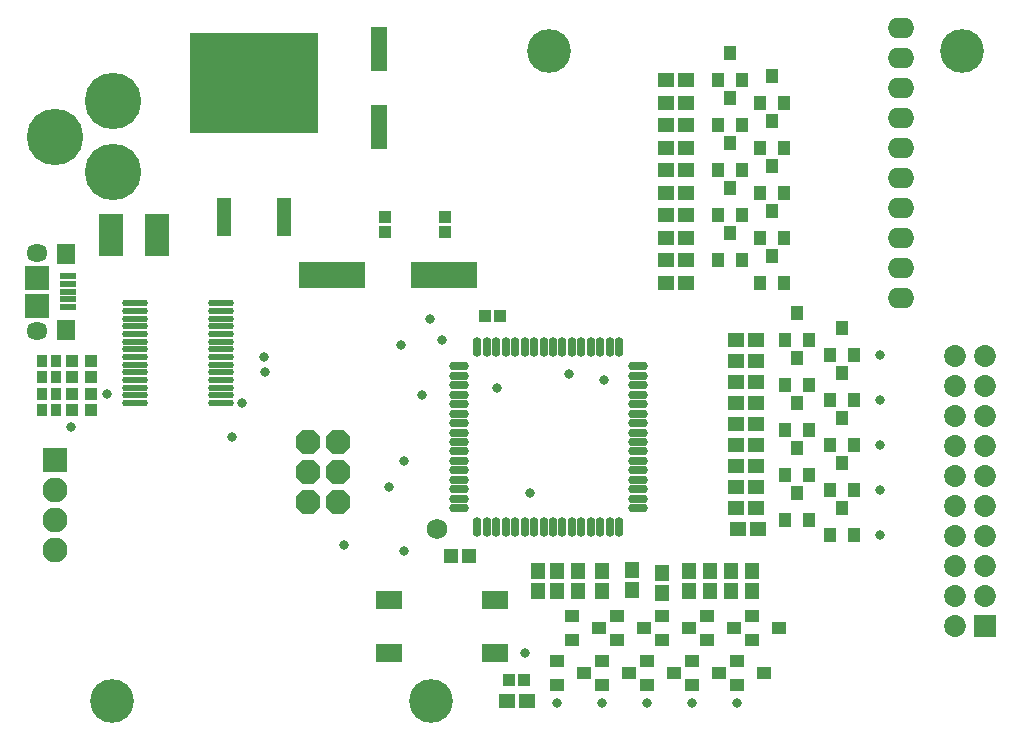
<source format=gts>
G04 Layer_Color=20142*
%FSLAX24Y24*%
%MOIN*%
G70*
G01*
G75*
%ADD57O,0.0867X0.0218*%
%ADD58R,0.0415X0.0434*%
%ADD59R,0.0867X0.0631*%
%ADD60R,0.2245X0.0867*%
%ADD61O,0.0651X0.0297*%
%ADD62O,0.0297X0.0651*%
%ADD63R,0.0356X0.0415*%
%ADD64R,0.0480X0.0395*%
%ADD65R,0.0395X0.0480*%
%ADD66R,0.0480X0.0520*%
%ADD67R,0.0480X0.1281*%
%ADD68R,0.4277X0.3379*%
%ADD69R,0.0395X0.0395*%
%ADD70R,0.0552X0.1458*%
%ADD71R,0.0520X0.0480*%
%ADD72R,0.0434X0.0415*%
%ADD73R,0.0493X0.0474*%
%ADD74R,0.0571X0.0197*%
%ADD75R,0.0631X0.0710*%
%ADD76R,0.0828X0.0828*%
%ADD77R,0.0830X0.1420*%
%ADD78C,0.0830*%
%ADD79R,0.0830X0.0830*%
%ADD80P,0.0888X8X112.5*%
%ADD81C,0.0730*%
%ADD82R,0.0730X0.0730*%
%ADD83O,0.0880X0.0680*%
%ADD84C,0.1880*%
%ADD85C,0.0680*%
%ADD86O,0.0710X0.0580*%
%ADD87C,0.1458*%
%ADD88C,0.0320*%
D57*
X13913Y35987D02*
D03*
Y36243D02*
D03*
Y36498D02*
D03*
Y36754D02*
D03*
Y37010D02*
D03*
Y37266D02*
D03*
Y37522D02*
D03*
Y37778D02*
D03*
Y38034D02*
D03*
Y38290D02*
D03*
Y38546D02*
D03*
Y38802D02*
D03*
Y39057D02*
D03*
Y39313D02*
D03*
X16787D02*
D03*
Y39057D02*
D03*
Y38802D02*
D03*
Y38546D02*
D03*
Y38290D02*
D03*
Y38034D02*
D03*
Y37778D02*
D03*
Y37522D02*
D03*
Y37266D02*
D03*
Y37010D02*
D03*
Y36754D02*
D03*
Y36498D02*
D03*
Y36243D02*
D03*
Y35987D02*
D03*
D58*
X25594Y38900D02*
D03*
X26106D02*
D03*
X26906Y26750D02*
D03*
X26394D02*
D03*
D59*
X25922Y27664D02*
D03*
X22378D02*
D03*
X25922Y29436D02*
D03*
X22378D02*
D03*
D60*
X24220Y40250D02*
D03*
X20480D02*
D03*
D61*
X24708Y37212D02*
D03*
Y36897D02*
D03*
Y36582D02*
D03*
Y36267D02*
D03*
Y35952D02*
D03*
Y35637D02*
D03*
Y35322D02*
D03*
Y35007D02*
D03*
Y34693D02*
D03*
Y34378D02*
D03*
Y34063D02*
D03*
Y33748D02*
D03*
Y33433D02*
D03*
Y33118D02*
D03*
Y32803D02*
D03*
Y32488D02*
D03*
X30692D02*
D03*
Y32803D02*
D03*
Y33118D02*
D03*
Y33433D02*
D03*
Y33748D02*
D03*
Y34063D02*
D03*
Y34378D02*
D03*
Y34693D02*
D03*
Y35007D02*
D03*
Y35322D02*
D03*
Y35637D02*
D03*
Y35952D02*
D03*
Y36267D02*
D03*
Y36582D02*
D03*
Y36897D02*
D03*
Y37212D02*
D03*
D62*
X25338Y31858D02*
D03*
X25653D02*
D03*
X25968D02*
D03*
X26283D02*
D03*
X26598D02*
D03*
X26913D02*
D03*
X27228D02*
D03*
X27543D02*
D03*
X27857D02*
D03*
X28172D02*
D03*
X28487D02*
D03*
X28802D02*
D03*
X29117D02*
D03*
X29432D02*
D03*
X29747D02*
D03*
X30062D02*
D03*
Y37842D02*
D03*
X29747D02*
D03*
X29432D02*
D03*
X29117D02*
D03*
X28802D02*
D03*
X28487D02*
D03*
X28172D02*
D03*
X27857D02*
D03*
X27543D02*
D03*
X27228D02*
D03*
X26913D02*
D03*
X26598D02*
D03*
X26283D02*
D03*
X25968D02*
D03*
X25653D02*
D03*
X25338D02*
D03*
D63*
X10824Y37400D02*
D03*
X11276D02*
D03*
Y36300D02*
D03*
X10824D02*
D03*
X11276Y35750D02*
D03*
X10824D02*
D03*
Y36850D02*
D03*
X11276D02*
D03*
D64*
X31000Y27400D02*
D03*
Y26600D02*
D03*
X31900Y27000D02*
D03*
X34500Y28900D02*
D03*
Y28100D02*
D03*
X35400Y28500D02*
D03*
X30000Y28900D02*
D03*
Y28100D02*
D03*
X30900Y28500D02*
D03*
X34000Y27400D02*
D03*
Y26600D02*
D03*
X34900Y27000D02*
D03*
X29500Y27400D02*
D03*
Y26600D02*
D03*
X30400Y27000D02*
D03*
X33000Y28900D02*
D03*
Y28100D02*
D03*
X33900Y28500D02*
D03*
X28500Y28900D02*
D03*
Y28100D02*
D03*
X29400Y28500D02*
D03*
X32500Y27400D02*
D03*
Y26600D02*
D03*
X33400Y27000D02*
D03*
X28000Y27400D02*
D03*
Y26600D02*
D03*
X28900Y27000D02*
D03*
X31500Y28900D02*
D03*
Y28100D02*
D03*
X32400Y28500D02*
D03*
D65*
X37100Y34600D02*
D03*
X37900D02*
D03*
X37500Y35500D02*
D03*
X35600Y38100D02*
D03*
X36400D02*
D03*
X36000Y39000D02*
D03*
X34750Y43000D02*
D03*
X35550D02*
D03*
X35150Y43900D02*
D03*
X33350Y46750D02*
D03*
X34150D02*
D03*
X33750Y47650D02*
D03*
X35600Y33600D02*
D03*
X36400D02*
D03*
X36000Y34500D02*
D03*
X37100Y37600D02*
D03*
X37900D02*
D03*
X37500Y38500D02*
D03*
X33350Y42250D02*
D03*
X34150D02*
D03*
X33750Y43150D02*
D03*
X34750Y46000D02*
D03*
X35550D02*
D03*
X35150Y46900D02*
D03*
X37100Y33100D02*
D03*
X37900D02*
D03*
X37500Y34000D02*
D03*
X35600Y36600D02*
D03*
X36400D02*
D03*
X36000Y37500D02*
D03*
X34750Y41500D02*
D03*
X35550D02*
D03*
X35150Y42400D02*
D03*
X33350Y45250D02*
D03*
X34150D02*
D03*
X33750Y46150D02*
D03*
X35600Y32100D02*
D03*
X36400D02*
D03*
X36000Y33000D02*
D03*
X37100Y36100D02*
D03*
X37900D02*
D03*
X37500Y37000D02*
D03*
X33350Y40750D02*
D03*
X34150D02*
D03*
X33750Y41650D02*
D03*
X34750Y44500D02*
D03*
X35550D02*
D03*
X35150Y45400D02*
D03*
X37100Y31600D02*
D03*
X37900D02*
D03*
X37500Y32500D02*
D03*
X35600Y35100D02*
D03*
X36400D02*
D03*
X36000Y36000D02*
D03*
X34750Y40000D02*
D03*
X35550D02*
D03*
X35150Y40900D02*
D03*
X33350Y43750D02*
D03*
X34150D02*
D03*
X33750Y44650D02*
D03*
D66*
X30500Y29765D02*
D03*
Y30440D02*
D03*
X34500Y29715D02*
D03*
Y30390D02*
D03*
X29500Y29715D02*
D03*
Y30390D02*
D03*
X33800Y29715D02*
D03*
Y30390D02*
D03*
X28700Y29715D02*
D03*
Y30390D02*
D03*
X33100Y29715D02*
D03*
Y30390D02*
D03*
X28000Y29715D02*
D03*
Y30390D02*
D03*
X32400Y29715D02*
D03*
Y30390D02*
D03*
X27350Y29715D02*
D03*
Y30390D02*
D03*
X31500Y29665D02*
D03*
Y30340D02*
D03*
D67*
X16900Y42200D02*
D03*
X18900D02*
D03*
D68*
X17900Y46651D02*
D03*
D69*
X12465Y36300D02*
D03*
X11835D02*
D03*
X12465Y35750D02*
D03*
X11835D02*
D03*
X11835Y36850D02*
D03*
X12465D02*
D03*
X11835Y37400D02*
D03*
X12465D02*
D03*
D70*
X22050Y45201D02*
D03*
Y47799D02*
D03*
D71*
X32285Y46000D02*
D03*
X31610D02*
D03*
X32285Y46750D02*
D03*
X31610D02*
D03*
X32285Y45250D02*
D03*
X31610D02*
D03*
X32285Y44500D02*
D03*
X31610D02*
D03*
X32285Y43750D02*
D03*
X31610D02*
D03*
X32285Y43000D02*
D03*
X31610D02*
D03*
X32285Y42250D02*
D03*
X31610D02*
D03*
X32285Y41500D02*
D03*
X31610D02*
D03*
X32285Y40750D02*
D03*
X31610D02*
D03*
X32285Y40000D02*
D03*
X31610D02*
D03*
X34635Y38100D02*
D03*
X33960D02*
D03*
X34635Y37400D02*
D03*
X33960D02*
D03*
X34635Y36700D02*
D03*
X33960D02*
D03*
X34635Y36000D02*
D03*
X33960D02*
D03*
X34635Y35300D02*
D03*
X33960D02*
D03*
X34635Y34600D02*
D03*
X33960D02*
D03*
X34635Y33900D02*
D03*
X33960D02*
D03*
X34635Y33200D02*
D03*
X33960D02*
D03*
X34635Y32500D02*
D03*
X33960D02*
D03*
X34685Y31800D02*
D03*
X34010D02*
D03*
X26313Y26050D02*
D03*
X26987D02*
D03*
D72*
X22250Y42206D02*
D03*
Y41694D02*
D03*
X24250Y42206D02*
D03*
Y41694D02*
D03*
D73*
X24455Y30900D02*
D03*
X25045D02*
D03*
D74*
X11702Y39700D02*
D03*
Y39956D02*
D03*
Y39444D02*
D03*
Y39188D02*
D03*
Y40212D02*
D03*
D75*
X11613Y40960D02*
D03*
Y38440D02*
D03*
D76*
X10648Y40172D02*
D03*
Y39228D02*
D03*
D77*
X14670Y41600D02*
D03*
X13132D02*
D03*
D78*
X11250Y31100D02*
D03*
Y32100D02*
D03*
Y33100D02*
D03*
D79*
Y34100D02*
D03*
D80*
X19700Y34700D02*
D03*
X20700D02*
D03*
X19700Y33700D02*
D03*
X20700D02*
D03*
X19700Y32700D02*
D03*
X20700D02*
D03*
D81*
X42270Y36550D02*
D03*
X41270D02*
D03*
Y37550D02*
D03*
X42270D02*
D03*
Y35550D02*
D03*
X41270D02*
D03*
Y34550D02*
D03*
X42270D02*
D03*
X41270Y33550D02*
D03*
Y32550D02*
D03*
Y31550D02*
D03*
Y30550D02*
D03*
Y29550D02*
D03*
Y28550D02*
D03*
X42270Y33550D02*
D03*
Y32550D02*
D03*
Y31550D02*
D03*
Y30550D02*
D03*
Y29550D02*
D03*
D82*
Y28550D02*
D03*
D83*
X39470Y40500D02*
D03*
Y39500D02*
D03*
Y41500D02*
D03*
Y42500D02*
D03*
Y43500D02*
D03*
Y45500D02*
D03*
Y44500D02*
D03*
Y46500D02*
D03*
Y47500D02*
D03*
Y48500D02*
D03*
D84*
X11271Y44868D02*
D03*
X13200Y43706D02*
D03*
Y46069D02*
D03*
D85*
X24000Y31800D02*
D03*
D86*
X10648Y40999D02*
D03*
Y38401D02*
D03*
D87*
X13150Y26075D02*
D03*
X23780D02*
D03*
X27717Y47728D02*
D03*
X41496D02*
D03*
D88*
X34150Y40750D02*
D03*
X35550Y41500D02*
D03*
X34150Y42250D02*
D03*
X35550Y43000D02*
D03*
Y44500D02*
D03*
X34150Y43750D02*
D03*
Y45250D02*
D03*
X35550Y46000D02*
D03*
X34150Y46750D02*
D03*
X35550Y40000D02*
D03*
X36000Y39000D02*
D03*
X37500Y38500D02*
D03*
X36000Y37500D02*
D03*
X37500Y37000D02*
D03*
X36000Y36000D02*
D03*
X37500Y35500D02*
D03*
X36000Y34500D02*
D03*
Y33000D02*
D03*
X37500Y34000D02*
D03*
Y32500D02*
D03*
X38750Y31600D02*
D03*
Y33100D02*
D03*
Y34600D02*
D03*
Y36100D02*
D03*
Y37600D02*
D03*
X33900Y28500D02*
D03*
X35400D02*
D03*
X34900Y27000D02*
D03*
X33400D02*
D03*
X32400Y28500D02*
D03*
X31900Y27000D02*
D03*
X30900Y28500D02*
D03*
X30400Y27000D02*
D03*
X29400Y28500D02*
D03*
X28900Y27000D02*
D03*
X34000Y26000D02*
D03*
X32500D02*
D03*
X28000D02*
D03*
X29500D02*
D03*
X31000D02*
D03*
X26000Y36500D02*
D03*
X26913Y27663D02*
D03*
X22800Y37930D02*
D03*
X22400Y33200D02*
D03*
X22900Y31050D02*
D03*
X20900Y31250D02*
D03*
X22900Y34050D02*
D03*
X18250Y37010D02*
D03*
X23750Y38800D02*
D03*
X24150Y38100D02*
D03*
X28400Y36950D02*
D03*
X18228Y37522D02*
D03*
X11800Y35200D02*
D03*
X17500Y36000D02*
D03*
X17150Y34850D02*
D03*
X13000Y36300D02*
D03*
X29550Y36750D02*
D03*
X27100Y33000D02*
D03*
X23500Y36250D02*
D03*
M02*

</source>
